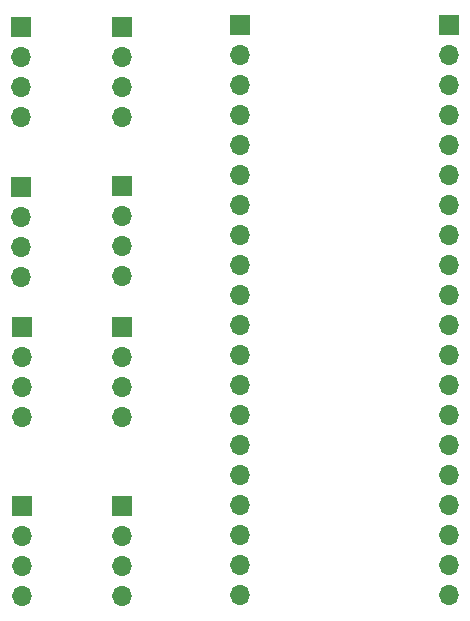
<source format=gbr>
%TF.GenerationSoftware,KiCad,Pcbnew,8.0.8*%
%TF.CreationDate,2025-03-27T16:53:01-04:00*%
%TF.ProjectId,GRIT_main_sub_PCB,47524954-5f6d-4616-996e-5f7375625f50,rev?*%
%TF.SameCoordinates,Original*%
%TF.FileFunction,Copper,L4,Bot*%
%TF.FilePolarity,Positive*%
%FSLAX46Y46*%
G04 Gerber Fmt 4.6, Leading zero omitted, Abs format (unit mm)*
G04 Created by KiCad (PCBNEW 8.0.8) date 2025-03-27 16:53:01*
%MOMM*%
%LPD*%
G01*
G04 APERTURE LIST*
%TA.AperFunction,ComponentPad*%
%ADD10O,1.700000X1.700000*%
%TD*%
%TA.AperFunction,ComponentPad*%
%ADD11R,1.700000X1.700000*%
%TD*%
G04 APERTURE END LIST*
D10*
%TO.P,Vdd,4*%
%TO.N,GND*%
X18750000Y-31220000D03*
%TO.P,Vdd,3*%
%TO.N,GP1*%
X18750000Y-28680000D03*
%TO.P,Vdd,2*%
%TO.N,GP0*%
X18750000Y-26140000D03*
D11*
%TO.P,Vdd,1*%
%TO.N,5V*%
X18750000Y-23600000D03*
%TD*%
D10*
%TO.P,Vdd,4*%
%TO.N,GND*%
X18810000Y-71760000D03*
%TO.P,Vdd,3*%
%TO.N,GP15*%
X18810000Y-69220000D03*
%TO.P,Vdd,2*%
%TO.N,GP14*%
X18810000Y-66680000D03*
D11*
%TO.P,Vdd,1*%
%TO.N,5V*%
X18810000Y-64140000D03*
%TD*%
D10*
%TO.P,Vdd,4*%
%TO.N,GND*%
X27250000Y-71720000D03*
%TO.P,Vdd,3*%
%TO.N,GP13*%
X27250000Y-69180000D03*
%TO.P,Vdd,2*%
%TO.N,GP12*%
X27250000Y-66640000D03*
D11*
%TO.P,Vdd,1*%
%TO.N,5V*%
X27250000Y-64100000D03*
%TD*%
D10*
%TO.P,Vdd,4*%
%TO.N,GND*%
X18750000Y-44750000D03*
%TO.P,Vdd,3*%
%TO.N,GP5*%
X18750000Y-42210000D03*
%TO.P,Vdd,2*%
%TO.N,GP4*%
X18750000Y-39670000D03*
D11*
%TO.P,Vdd,1*%
%TO.N,5V*%
X18750000Y-37130000D03*
%TD*%
D10*
%TO.P,Pico 40,20*%
%TO.N,N/C*%
X54985000Y-71640000D03*
%TO.P,Pico 40,19*%
X54985000Y-69100000D03*
%TO.P,Pico 40,18*%
X54985000Y-66560000D03*
%TO.P,Pico 40,17*%
X54985000Y-64020000D03*
%TO.P,Pico 40,16*%
X54985000Y-61480000D03*
%TO.P,Pico 40,15*%
X54985000Y-58940000D03*
%TO.P,Pico 40,14*%
X54985000Y-56400000D03*
%TO.P,Pico 40,13*%
X54985000Y-53860000D03*
%TO.P,Pico 40,12*%
X54985000Y-51320000D03*
%TO.P,Pico 40,11*%
X54985000Y-48780000D03*
%TO.P,Pico 40,10*%
X54985000Y-46240000D03*
%TO.P,Pico 40,9*%
X54985000Y-43700000D03*
%TO.P,Pico 40,8*%
X54985000Y-41160000D03*
%TO.P,Pico 40,7*%
X54985000Y-38620000D03*
%TO.P,Pico 40,6*%
X54985000Y-36080000D03*
%TO.P,Pico 40,5*%
X54985000Y-33540000D03*
%TO.P,Pico 40,4*%
X54985000Y-31000000D03*
%TO.P,Pico 40,3*%
%TO.N,GND*%
X54985000Y-28460000D03*
%TO.P,Pico 40,2*%
%TO.N,N/C*%
X54985000Y-25920000D03*
D11*
%TO.P,Pico 40,1*%
%TO.N,5V*%
X54985000Y-23380000D03*
%TD*%
D10*
%TO.P,Vdd,4*%
%TO.N,GND*%
X27310000Y-44680000D03*
%TO.P,Vdd,3*%
%TO.N,GP7*%
X27310000Y-42140000D03*
%TO.P,Vdd,2*%
%TO.N,GP6*%
X27310000Y-39600000D03*
D11*
%TO.P,Vdd,1*%
%TO.N,5V*%
X27310000Y-37060000D03*
%TD*%
D10*
%TO.P,Pico 1,20*%
%TO.N,GP15*%
X37250000Y-71640000D03*
%TO.P,Pico 1,19*%
%TO.N,GP14*%
X37250000Y-69100000D03*
%TO.P,Pico 1,18*%
%TO.N,N/C*%
X37250000Y-66560000D03*
%TO.P,Pico 1,17*%
%TO.N,GP13*%
X37250000Y-64020000D03*
%TO.P,Pico 1,16*%
%TO.N,GP12*%
X37250000Y-61480000D03*
%TO.P,Pico 1,15*%
%TO.N,GP11*%
X37250000Y-58940000D03*
%TO.P,Pico 1,14*%
%TO.N,GP10*%
X37250000Y-56400000D03*
%TO.P,Pico 1,13*%
%TO.N,N/C*%
X37250000Y-53860000D03*
%TO.P,Pico 1,12*%
%TO.N,GP9*%
X37250000Y-51320000D03*
%TO.P,Pico 1,11*%
%TO.N,GP8*%
X37250000Y-48780000D03*
%TO.P,Pico 1,10*%
%TO.N,GP7*%
X37250000Y-46240000D03*
%TO.P,Pico 1,9*%
%TO.N,GP6*%
X37250000Y-43700000D03*
%TO.P,Pico 1,8*%
%TO.N,N/C*%
X37250000Y-41160000D03*
%TO.P,Pico 1,7*%
%TO.N,GP5*%
X37250000Y-38620000D03*
%TO.P,Pico 1,6*%
%TO.N,GP4*%
X37250000Y-36080000D03*
%TO.P,Pico 1,5*%
%TO.N,GP3*%
X37250000Y-33540000D03*
%TO.P,Pico 1,4*%
%TO.N,GP2*%
X37250000Y-31000000D03*
%TO.P,Pico 1,3*%
%TO.N,N/C*%
X37250000Y-28460000D03*
%TO.P,Pico 1,2*%
%TO.N,GP1*%
X37250000Y-25920000D03*
D11*
%TO.P,Pico 1,1*%
%TO.N,GP0*%
X37250000Y-23380000D03*
%TD*%
D10*
%TO.P,Vdd,4*%
%TO.N,GND*%
X27250000Y-31220000D03*
%TO.P,Vdd,3*%
%TO.N,GP3*%
X27250000Y-28680000D03*
%TO.P,Vdd,2*%
%TO.N,GP2*%
X27250000Y-26140000D03*
D11*
%TO.P,Vdd,1*%
%TO.N,5V*%
X27250000Y-23600000D03*
%TD*%
D10*
%TO.P,Vdd,4*%
%TO.N,GND*%
X18810000Y-56620000D03*
%TO.P,Vdd,3*%
%TO.N,GP11*%
X18810000Y-54080000D03*
%TO.P,Vdd,2*%
%TO.N,GP10*%
X18810000Y-51540000D03*
D11*
%TO.P,Vdd,1*%
%TO.N,5V*%
X18810000Y-49000000D03*
%TD*%
D10*
%TO.P,Vdd,4*%
%TO.N,GND*%
X27310000Y-56550000D03*
%TO.P,Vdd,3*%
%TO.N,GP9*%
X27310000Y-54010000D03*
%TO.P,Vdd,2*%
%TO.N,GP8*%
X27310000Y-51470000D03*
D11*
%TO.P,Vdd,1*%
%TO.N,5V*%
X27310000Y-48930000D03*
%TD*%
M02*

</source>
